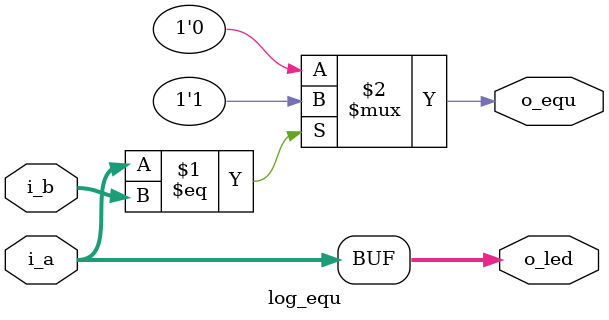
<source format=v>
module log_equ (
  input		[3:0]	i_a,
  input		[3:0]	i_b,
  
  output	[3:0]	o_led,
  output		o_equ
  
);
  
  assign o_equ = (i_a == i_b) ? 1'b1 : 1'b0;
  assign o_led = i_a;
  
  
endmodule

</source>
